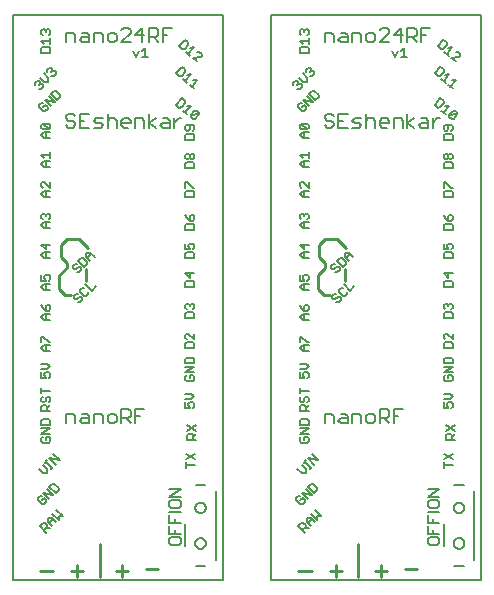
<source format=gto>
G75*
G70*
%OFA0B0*%
%FSLAX25Y25*%
%IPPOS*%
%LPD*%
%AMOC8*
5,1,8,0,0,1.08239X$1,22.5*
%
%ADD10C,0.00800*%
%ADD17C,0.01000*%
X0011000Y0011000D02*
G75*
%LPD*%
D10*
X0011000Y0011000D02*
X0011000Y0199200D01*
X0080920Y0199200D01*
X0080920Y0011000D01*
X0011000Y0011000D01*
X0071730Y0023090D02*
X0071750Y0023350D01*
X0071810Y0023610D01*
X0071910Y0023860D01*
X0072040Y0024090D01*
X0072200Y0024290D01*
X0072400Y0024470D01*
X0072620Y0024620D01*
X0072850Y0024740D01*
X0073110Y0024820D01*
X0073370Y0024860D01*
X0073630Y0024860D01*
X0073890Y0024820D01*
X0074150Y0024740D01*
X0074390Y0024620D01*
X0074600Y0024470D01*
X0074800Y0024290D01*
X0074960Y0024090D01*
X0075090Y0023860D01*
X0075190Y0023610D01*
X0075250Y0023350D01*
X0075270Y0023090D01*
X0075250Y0022830D01*
X0075190Y0022570D01*
X0075090Y0022320D01*
X0074960Y0022090D01*
X0074800Y0021890D01*
X0074600Y0021710D01*
X0074380Y0021560D01*
X0074150Y0021440D01*
X0073890Y0021360D01*
X0073630Y0021320D01*
X0073370Y0021320D01*
X0073110Y0021360D01*
X0072850Y0021440D01*
X0072610Y0021560D01*
X0072400Y0021710D01*
X0072200Y0021890D01*
X0072040Y0022090D01*
X0071910Y0022320D01*
X0071810Y0022570D01*
X0071750Y0022830D01*
X0071730Y0023090D01*
X0071730Y0034910D02*
X0071750Y0035170D01*
X0071810Y0035430D01*
X0071910Y0035680D01*
X0072040Y0035910D01*
X0072200Y0036110D01*
X0072400Y0036290D01*
X0072620Y0036440D01*
X0072850Y0036560D01*
X0073110Y0036640D01*
X0073370Y0036680D01*
X0073630Y0036680D01*
X0073890Y0036640D01*
X0074150Y0036560D01*
X0074390Y0036440D01*
X0074600Y0036290D01*
X0074800Y0036110D01*
X0074960Y0035910D01*
X0075090Y0035680D01*
X0075190Y0035430D01*
X0075250Y0035170D01*
X0075270Y0034910D01*
X0075250Y0034650D01*
X0075190Y0034390D01*
X0075090Y0034140D01*
X0074960Y0033910D01*
X0074800Y0033710D01*
X0074600Y0033530D01*
X0074380Y0033380D01*
X0074150Y0033260D01*
X0073890Y0033180D01*
X0073630Y0033140D01*
X0073370Y0033140D01*
X0073110Y0033180D01*
X0072850Y0033260D01*
X0072610Y0033380D01*
X0072400Y0033530D01*
X0072200Y0033710D01*
X0072040Y0033910D01*
X0071910Y0034140D01*
X0071810Y0034390D01*
X0071750Y0034650D01*
X0071730Y0034910D01*
D10*
X0054790Y0067800D02*
X0051720Y0067800D01*
X0051720Y0063200D01*
X0051720Y0065500D02*
X0053250Y0065500D01*
X0050180Y0065500D02*
X0049420Y0064730D01*
X0047120Y0064730D01*
X0047120Y0063200D02*
X0047120Y0067800D01*
X0049420Y0067800D01*
X0050180Y0067040D01*
X0050180Y0065500D01*
X0048650Y0064730D02*
X0050180Y0063200D01*
X0045580Y0063970D02*
X0045580Y0065500D01*
X0044810Y0066270D01*
X0043280Y0066270D01*
X0042510Y0065500D01*
X0042510Y0063970D01*
X0043280Y0063200D01*
X0044810Y0063200D01*
X0045580Y0063970D01*
X0040980Y0063200D02*
X0040980Y0065500D01*
X0040210Y0066270D01*
X0037910Y0066270D01*
X0037910Y0063200D01*
X0036370Y0063200D02*
X0034070Y0063200D01*
X0033300Y0063970D01*
X0034070Y0064730D01*
X0036370Y0064730D01*
X0036370Y0065500D02*
X0036370Y0063200D01*
X0036370Y0065500D02*
X0035610Y0066270D01*
X0034070Y0066270D01*
X0031770Y0065500D02*
X0031770Y0063200D01*
X0031770Y0065500D02*
X0031000Y0066270D01*
X0028700Y0066270D01*
X0028700Y0063200D01*
X0029470Y0161700D02*
X0028700Y0162470D01*
X0029470Y0161700D02*
X0031000Y0161700D01*
X0031770Y0162470D01*
X0031770Y0163230D01*
X0031000Y0164000D01*
X0029470Y0164000D01*
X0028700Y0164770D01*
X0028700Y0165540D01*
X0029470Y0166300D01*
X0031000Y0166300D01*
X0031770Y0165540D01*
X0033300Y0166300D02*
X0033300Y0161700D01*
X0036370Y0161700D01*
X0037910Y0161700D02*
X0040210Y0161700D01*
X0040980Y0162470D01*
X0040210Y0163230D01*
X0038680Y0163230D01*
X0037910Y0164000D01*
X0038680Y0164770D01*
X0040980Y0164770D01*
X0042510Y0164000D02*
X0043280Y0164770D01*
X0044810Y0164770D01*
X0045580Y0164000D01*
X0045580Y0161700D01*
X0047120Y0162470D02*
X0047120Y0164000D01*
X0047880Y0164770D01*
X0049420Y0164770D01*
X0050180Y0164000D01*
X0050180Y0163230D01*
X0047120Y0163230D01*
X0047120Y0162470D02*
X0047880Y0161700D01*
X0049420Y0161700D01*
X0051720Y0161700D02*
X0051720Y0164770D01*
X0054020Y0164770D01*
X0054790Y0164000D01*
X0054790Y0161700D01*
X0056320Y0161700D02*
X0056320Y0166300D01*
X0058630Y0164770D02*
X0056320Y0163230D01*
X0058630Y0161700D01*
X0060160Y0162470D02*
X0060930Y0163230D01*
X0063230Y0163230D01*
X0063230Y0164000D02*
X0063230Y0161700D01*
X0060930Y0161700D01*
X0060160Y0162470D01*
X0060930Y0164770D02*
X0062460Y0164770D01*
X0063230Y0164000D01*
X0064760Y0163230D02*
X0066300Y0164770D01*
X0067070Y0164770D01*
X0064760Y0164770D02*
X0064760Y0161700D01*
X0060930Y0190200D02*
X0060930Y0194800D01*
X0064000Y0194800D01*
X0062460Y0192500D02*
X0060930Y0192500D01*
X0059390Y0192500D02*
X0058630Y0191730D01*
X0056320Y0191730D01*
X0056320Y0190200D02*
X0056320Y0194800D01*
X0058630Y0194800D01*
X0059390Y0194040D01*
X0059390Y0192500D01*
X0057860Y0191730D02*
X0059390Y0190200D01*
X0054790Y0192500D02*
X0051720Y0192500D01*
X0054020Y0194800D01*
X0054020Y0190200D01*
X0050180Y0190200D02*
X0047120Y0190200D01*
X0050180Y0193270D01*
X0050180Y0194040D01*
X0049420Y0194800D01*
X0047880Y0194800D01*
X0047120Y0194040D01*
X0045580Y0192500D02*
X0045580Y0190970D01*
X0044810Y0190200D01*
X0043280Y0190200D01*
X0042510Y0190970D01*
X0042510Y0192500D01*
X0043280Y0193270D01*
X0044810Y0193270D01*
X0045580Y0192500D01*
X0040980Y0192500D02*
X0040980Y0190200D01*
X0040980Y0192500D02*
X0040210Y0193270D01*
X0037910Y0193270D01*
X0037910Y0190200D01*
X0036370Y0190200D02*
X0036370Y0192500D01*
X0035610Y0193270D01*
X0034070Y0193270D01*
X0034070Y0191730D02*
X0033300Y0190970D01*
X0034070Y0190200D01*
X0036370Y0190200D01*
X0036370Y0191730D02*
X0034070Y0191730D01*
X0031770Y0192500D02*
X0031770Y0190200D01*
X0031770Y0192500D02*
X0031000Y0193270D01*
X0028700Y0193270D01*
X0028700Y0190200D01*
X0033300Y0166300D02*
X0036370Y0166300D01*
X0034840Y0164000D02*
X0033300Y0164000D01*
X0042510Y0166300D02*
X0042510Y0161700D01*
D10*
X0052120Y0185150D02*
X0051150Y0187080D01*
X0053080Y0187080D02*
X0052120Y0185150D01*
X0054100Y0185150D02*
X0056030Y0185150D01*
X0055060Y0185150D02*
X0055060Y0188050D01*
X0054100Y0187080D01*
X0065380Y0179750D02*
X0066490Y0178820D01*
X0067180Y0178880D01*
X0068420Y0180360D01*
X0068360Y0181040D01*
X0067250Y0181970D01*
X0065380Y0179750D01*
X0067640Y0177860D02*
X0069120Y0176610D01*
X0068380Y0177230D02*
X0070250Y0179460D01*
X0068880Y0179340D01*
X0069900Y0175960D02*
X0071380Y0174720D01*
X0070640Y0175340D02*
X0072500Y0177560D01*
X0071140Y0177440D01*
X0072380Y0183720D02*
X0070900Y0184960D01*
X0073620Y0185200D01*
X0073930Y0185570D01*
X0073870Y0186250D01*
X0073130Y0186870D01*
X0072450Y0186810D01*
X0071250Y0188460D02*
X0069380Y0186230D01*
X0070120Y0185610D02*
X0068640Y0186860D01*
X0068180Y0187880D02*
X0069420Y0189360D01*
X0069360Y0190040D01*
X0068250Y0190970D01*
X0066380Y0188750D01*
X0067490Y0187820D01*
X0068180Y0187880D01*
X0069880Y0188340D02*
X0071250Y0188460D01*
X0067250Y0171470D02*
X0068360Y0170540D01*
X0068420Y0169860D01*
X0067180Y0168380D01*
X0066490Y0168320D01*
X0065380Y0169250D01*
X0067250Y0171470D01*
X0068880Y0168840D02*
X0070250Y0168960D01*
X0068380Y0166730D01*
X0069120Y0166110D02*
X0067640Y0167360D01*
X0068930Y0162530D02*
X0068450Y0162050D01*
X0068450Y0161080D01*
X0068930Y0160600D01*
X0069420Y0160600D01*
X0069900Y0161080D01*
X0069900Y0162530D01*
X0070870Y0162530D02*
X0068930Y0162530D01*
X0068930Y0159580D02*
X0068450Y0159100D01*
X0068450Y0157650D01*
X0071350Y0157650D01*
X0071350Y0159100D01*
X0070870Y0159580D01*
X0068930Y0159580D01*
X0070870Y0160600D02*
X0071350Y0161080D01*
X0071350Y0162050D01*
X0070870Y0162530D01*
X0071010Y0164530D02*
X0070270Y0165150D01*
X0070210Y0165830D01*
X0072930Y0166070D01*
X0071690Y0164590D01*
X0071010Y0164530D01*
X0070210Y0165830D02*
X0071450Y0167310D01*
X0072130Y0167370D01*
X0072870Y0166750D01*
X0072930Y0166070D01*
X0070870Y0153030D02*
X0071350Y0152550D01*
X0071350Y0151580D01*
X0070870Y0151100D01*
X0070380Y0151100D01*
X0069900Y0151580D01*
X0069900Y0152550D01*
X0070380Y0153030D01*
X0070870Y0153030D01*
X0069900Y0152550D02*
X0069420Y0153030D01*
X0068930Y0153030D01*
X0068450Y0152550D01*
X0068450Y0151580D01*
X0068930Y0151100D01*
X0069420Y0151100D01*
X0069900Y0151580D01*
X0070870Y0150080D02*
X0068930Y0150080D01*
X0068450Y0149600D01*
X0068450Y0148150D01*
X0071350Y0148150D01*
X0071350Y0149600D01*
X0070870Y0150080D01*
X0068930Y0143530D02*
X0068450Y0143530D01*
X0068450Y0141600D01*
X0068930Y0140580D02*
X0068450Y0140100D01*
X0068450Y0138650D01*
X0071350Y0138650D01*
X0071350Y0140100D01*
X0070870Y0140580D01*
X0068930Y0140580D01*
X0070870Y0141600D02*
X0068930Y0143530D01*
X0070870Y0141600D02*
X0071350Y0141600D01*
X0070870Y0132530D02*
X0070380Y0132530D01*
X0069900Y0132050D01*
X0069900Y0130600D01*
X0070870Y0130600D01*
X0071350Y0131080D01*
X0071350Y0132050D01*
X0070870Y0132530D01*
X0068930Y0131560D02*
X0069900Y0130600D01*
X0068930Y0131560D02*
X0068450Y0132530D01*
X0068930Y0129580D02*
X0068450Y0129100D01*
X0068450Y0127650D01*
X0071350Y0127650D01*
X0071350Y0129100D01*
X0070870Y0129580D01*
X0068930Y0129580D01*
X0068450Y0123030D02*
X0068450Y0121100D01*
X0069900Y0121100D01*
X0069420Y0122060D01*
X0069420Y0122550D01*
X0069900Y0123030D01*
X0070870Y0123030D01*
X0071350Y0122550D01*
X0071350Y0121580D01*
X0070870Y0121100D01*
X0070870Y0120080D02*
X0068930Y0120080D01*
X0068450Y0119600D01*
X0068450Y0118150D01*
X0071350Y0118150D01*
X0071350Y0119600D01*
X0070870Y0120080D01*
X0069900Y0113530D02*
X0069900Y0111600D01*
X0068450Y0113050D01*
X0071350Y0113050D01*
X0070870Y0110580D02*
X0068930Y0110580D01*
X0068450Y0110100D01*
X0068450Y0108650D01*
X0071350Y0108650D01*
X0071350Y0110100D01*
X0070870Y0110580D01*
X0070870Y0103030D02*
X0071350Y0102550D01*
X0071350Y0101580D01*
X0070870Y0101100D01*
X0070870Y0100080D02*
X0068930Y0100080D01*
X0068450Y0099600D01*
X0068450Y0098150D01*
X0071350Y0098150D01*
X0071350Y0099600D01*
X0070870Y0100080D01*
X0069900Y0102060D02*
X0069900Y0102550D01*
X0070380Y0103030D01*
X0070870Y0103030D01*
X0069900Y0102550D02*
X0069420Y0103030D01*
X0068930Y0103030D01*
X0068450Y0102550D01*
X0068450Y0101580D01*
X0068930Y0101100D01*
X0068930Y0093030D02*
X0068450Y0092550D01*
X0068450Y0091580D01*
X0068930Y0091100D01*
X0068930Y0090080D02*
X0068450Y0089600D01*
X0068450Y0088150D01*
X0071350Y0088150D01*
X0071350Y0089600D01*
X0070870Y0090080D01*
X0068930Y0090080D01*
X0071350Y0091100D02*
X0069420Y0093030D01*
X0068930Y0093030D01*
X0071350Y0093030D02*
X0071350Y0091100D01*
X0070870Y0084980D02*
X0068930Y0084980D01*
X0068450Y0084490D01*
X0068450Y0083040D01*
X0071350Y0083040D01*
X0071350Y0084490D01*
X0070870Y0084980D01*
X0071350Y0082030D02*
X0068450Y0082030D01*
X0068450Y0080100D02*
X0071350Y0082030D01*
X0071350Y0080100D02*
X0068450Y0080100D01*
X0068930Y0079080D02*
X0068450Y0078600D01*
X0068450Y0077630D01*
X0068930Y0077150D01*
X0070870Y0077150D01*
X0071350Y0077630D01*
X0071350Y0078600D01*
X0070870Y0079080D01*
X0069900Y0079080D01*
X0069900Y0078120D01*
X0070380Y0073030D02*
X0068450Y0073030D01*
X0068450Y0071100D02*
X0070380Y0071100D01*
X0071350Y0072060D01*
X0070380Y0073030D01*
X0069900Y0070080D02*
X0069420Y0069600D01*
X0069420Y0069120D01*
X0069900Y0068150D01*
X0068450Y0068150D01*
X0068450Y0070080D01*
X0069900Y0070080D02*
X0070870Y0070080D01*
X0071350Y0069600D01*
X0071350Y0068630D01*
X0070870Y0068150D01*
X0072050Y0062530D02*
X0069150Y0060600D01*
X0069630Y0059580D02*
X0069150Y0059100D01*
X0069150Y0057650D01*
X0072050Y0057650D01*
X0071080Y0057650D02*
X0071080Y0059100D01*
X0070600Y0059580D01*
X0069630Y0059580D01*
X0072050Y0060600D02*
X0069150Y0062530D01*
X0072050Y0059580D02*
X0071080Y0058620D01*
X0071550Y0053030D02*
X0068650Y0051100D01*
X0068650Y0050080D02*
X0068650Y0048150D01*
X0068650Y0049120D02*
X0071550Y0049120D01*
X0071550Y0051100D02*
X0068650Y0053030D01*
X0066850Y0041080D02*
X0063150Y0041080D01*
X0063150Y0038610D02*
X0066850Y0041080D01*
X0066850Y0038610D02*
X0063150Y0038610D01*
X0063760Y0037400D02*
X0063150Y0036780D01*
X0063150Y0035540D01*
X0063760Y0034930D01*
X0066230Y0034930D01*
X0066850Y0035540D01*
X0066850Y0036780D01*
X0066230Y0037400D01*
X0063760Y0037400D01*
X0063150Y0033700D02*
X0066850Y0033700D01*
X0065000Y0031250D02*
X0065000Y0030020D01*
X0065000Y0027570D02*
X0065000Y0026330D01*
X0066230Y0025120D02*
X0063760Y0025120D01*
X0063150Y0024500D01*
X0063150Y0023270D01*
X0063760Y0022650D01*
X0066230Y0022650D01*
X0066850Y0023270D01*
X0066850Y0024500D01*
X0066230Y0025120D01*
X0066850Y0026330D02*
X0063150Y0026330D01*
X0063150Y0028800D01*
X0063150Y0030020D02*
X0063150Y0032490D01*
X0063150Y0030020D02*
X0066850Y0030020D01*
X0035440Y0105620D02*
X0036120Y0106310D01*
X0036120Y0106990D01*
X0035440Y0105620D02*
X0034750Y0105620D01*
X0033390Y0106990D01*
X0033390Y0107680D01*
X0034070Y0108360D01*
X0034750Y0108360D01*
X0035130Y0109420D02*
X0037180Y0107370D01*
X0038550Y0108730D01*
X0034740Y0115140D02*
X0035770Y0116160D01*
X0035770Y0116850D01*
X0034400Y0118210D01*
X0033720Y0118210D01*
X0032690Y0117190D01*
X0034740Y0115140D01*
X0033680Y0114760D02*
X0033680Y0114080D01*
X0033000Y0113390D01*
X0032320Y0113390D01*
X0031970Y0114420D02*
X0032660Y0115100D01*
X0033340Y0115100D01*
X0033680Y0114760D01*
X0031970Y0114420D02*
X0031290Y0114420D01*
X0030950Y0114760D01*
X0030950Y0115450D01*
X0031630Y0116130D01*
X0032320Y0116130D01*
X0035460Y0118590D02*
X0035460Y0119960D01*
X0036830Y0119960D01*
X0038190Y0118590D01*
X0037170Y0119610D02*
X0035800Y0118250D01*
X0035460Y0118590D02*
X0036830Y0117220D01*
X0032670Y0106280D02*
X0031990Y0106280D01*
X0031300Y0105590D01*
X0031300Y0104910D01*
X0031640Y0104570D01*
X0032330Y0104570D01*
X0033010Y0105250D01*
X0033700Y0105250D01*
X0034040Y0104910D01*
X0034040Y0104230D01*
X0033350Y0103540D01*
X0032670Y0103540D01*
X0023350Y0102050D02*
X0023350Y0101080D01*
X0022870Y0100600D01*
X0021900Y0100600D01*
X0021900Y0102050D01*
X0022380Y0102530D01*
X0022870Y0102530D01*
X0023350Y0102050D01*
X0021900Y0100600D02*
X0020930Y0101560D01*
X0020450Y0102530D01*
X0021420Y0099580D02*
X0020450Y0098620D01*
X0021420Y0097650D01*
X0023350Y0097650D01*
X0023350Y0099580D02*
X0021420Y0099580D01*
X0021900Y0099580D02*
X0021900Y0097650D01*
X0020930Y0092030D02*
X0022870Y0090100D01*
X0023350Y0090100D01*
X0023350Y0089080D02*
X0021420Y0089080D01*
X0020450Y0088120D01*
X0021420Y0087150D01*
X0023350Y0087150D01*
X0021900Y0087150D02*
X0021900Y0089080D01*
X0020450Y0090100D02*
X0020450Y0092030D01*
X0020930Y0092030D01*
X0020450Y0083030D02*
X0022380Y0083030D01*
X0023350Y0082060D01*
X0022380Y0081100D01*
X0020450Y0081100D01*
X0020450Y0080080D02*
X0020450Y0078150D01*
X0021900Y0078150D01*
X0021420Y0079120D01*
X0021420Y0079600D01*
X0021900Y0080080D01*
X0022870Y0080080D01*
X0023350Y0079600D01*
X0023350Y0078630D01*
X0022870Y0078150D01*
X0023350Y0074010D02*
X0020450Y0074010D01*
X0020450Y0073040D02*
X0020450Y0074980D01*
X0020930Y0072030D02*
X0020450Y0071550D01*
X0020450Y0070580D01*
X0020930Y0070100D01*
X0021420Y0070100D01*
X0021900Y0070580D01*
X0021900Y0071550D01*
X0022380Y0072030D01*
X0022870Y0072030D01*
X0023350Y0071550D01*
X0023350Y0070580D01*
X0022870Y0070100D01*
X0023350Y0069080D02*
X0022380Y0068120D01*
X0022380Y0068600D02*
X0022380Y0067150D01*
X0022380Y0068600D02*
X0021900Y0069080D01*
X0020930Y0069080D01*
X0020450Y0068600D01*
X0020450Y0067150D01*
X0023350Y0067150D01*
X0022870Y0064480D02*
X0020930Y0064480D01*
X0020450Y0063990D01*
X0020450Y0062540D01*
X0023350Y0062540D01*
X0023350Y0063990D01*
X0022870Y0064480D01*
X0023350Y0061530D02*
X0020450Y0061530D01*
X0020450Y0059600D02*
X0023350Y0061530D01*
X0023350Y0059600D02*
X0020450Y0059600D01*
X0020930Y0058580D02*
X0020450Y0058100D01*
X0020450Y0057130D01*
X0020930Y0056650D01*
X0022870Y0056650D01*
X0023350Y0057130D01*
X0023350Y0058100D01*
X0022870Y0058580D01*
X0021900Y0058580D01*
X0021900Y0057620D01*
X0024500Y0052790D02*
X0026550Y0050730D01*
X0023130Y0051420D01*
X0025180Y0049370D01*
X0024470Y0048660D02*
X0023790Y0047980D01*
X0024130Y0048320D02*
X0022080Y0050370D01*
X0021740Y0050030D02*
X0022420Y0050710D01*
X0021020Y0049310D02*
X0022390Y0047950D01*
X0022390Y0046580D01*
X0021020Y0046580D01*
X0019650Y0047950D01*
X0024150Y0042940D02*
X0023130Y0041920D01*
X0025180Y0039870D01*
X0026210Y0040890D01*
X0026210Y0041580D01*
X0024840Y0042940D01*
X0024150Y0042940D01*
X0022410Y0041200D02*
X0024460Y0039150D01*
X0021040Y0039830D01*
X0023100Y0037780D01*
X0022040Y0037410D02*
X0021350Y0038090D01*
X0020670Y0037410D01*
X0020670Y0038780D02*
X0019990Y0038780D01*
X0019300Y0038090D01*
X0019300Y0037410D01*
X0020670Y0036040D01*
X0021350Y0036040D01*
X0022040Y0036730D01*
X0022040Y0037410D01*
X0024130Y0032920D02*
X0026180Y0030870D01*
X0026180Y0032230D01*
X0027550Y0032230D01*
X0025500Y0034290D01*
X0024100Y0031520D02*
X0025460Y0030150D01*
X0024440Y0031180D02*
X0023070Y0029810D01*
X0022730Y0030150D02*
X0022730Y0031520D01*
X0024100Y0031520D01*
X0022730Y0030150D02*
X0024100Y0028780D01*
X0023380Y0028070D02*
X0022010Y0028070D01*
X0022350Y0028410D02*
X0021330Y0027380D01*
X0022010Y0026700D02*
X0019960Y0028750D01*
X0020990Y0029780D01*
X0021670Y0029780D01*
X0022350Y0029090D01*
X0022350Y0028410D01*
X0021900Y0107650D02*
X0021900Y0109580D01*
X0021420Y0109580D02*
X0023350Y0109580D01*
X0022870Y0110600D02*
X0023350Y0111080D01*
X0023350Y0112050D01*
X0022870Y0112530D01*
X0021900Y0112530D01*
X0021420Y0112050D01*
X0021420Y0111560D01*
X0021900Y0110600D01*
X0020450Y0110600D01*
X0020450Y0112530D01*
X0021420Y0109580D02*
X0020450Y0108620D01*
X0021420Y0107650D01*
X0023350Y0107650D01*
X0023350Y0118150D02*
X0021420Y0118150D01*
X0020450Y0119120D01*
X0021420Y0120080D01*
X0023350Y0120080D01*
X0023350Y0122550D02*
X0020450Y0122550D01*
X0021900Y0121100D01*
X0021900Y0123030D01*
X0021900Y0120080D02*
X0021900Y0118150D01*
X0021900Y0128150D02*
X0021900Y0130080D01*
X0021420Y0130080D02*
X0023350Y0130080D01*
X0022870Y0131100D02*
X0023350Y0131580D01*
X0023350Y0132550D01*
X0022870Y0133030D01*
X0022380Y0133030D01*
X0021900Y0132550D01*
X0021900Y0132060D01*
X0021900Y0132550D02*
X0021420Y0133030D01*
X0020930Y0133030D01*
X0020450Y0132550D01*
X0020450Y0131580D01*
X0020930Y0131100D01*
X0021420Y0130080D02*
X0020450Y0129120D01*
X0021420Y0128150D01*
X0023350Y0128150D01*
X0023350Y0138650D02*
X0021420Y0138650D01*
X0020450Y0139620D01*
X0021420Y0140580D01*
X0023350Y0140580D01*
X0023350Y0141600D02*
X0021420Y0143530D01*
X0020930Y0143530D01*
X0020450Y0143050D01*
X0020450Y0142080D01*
X0020930Y0141600D01*
X0021900Y0140580D02*
X0021900Y0138650D01*
X0023350Y0141600D02*
X0023350Y0143530D01*
X0023350Y0148650D02*
X0021420Y0148650D01*
X0020450Y0149620D01*
X0021420Y0150580D01*
X0023350Y0150580D01*
X0023350Y0151600D02*
X0023350Y0153530D01*
X0023350Y0152560D02*
X0020450Y0152560D01*
X0021420Y0151600D01*
X0021900Y0150580D02*
X0021900Y0148650D01*
X0021900Y0158150D02*
X0021900Y0160080D01*
X0021420Y0160080D02*
X0023350Y0160080D01*
X0022870Y0161100D02*
X0023350Y0161580D01*
X0023350Y0162550D01*
X0022870Y0163030D01*
X0020930Y0163030D01*
X0022870Y0161100D01*
X0020930Y0161100D01*
X0020450Y0161580D01*
X0020450Y0162550D01*
X0020930Y0163030D01*
X0021420Y0160080D02*
X0020450Y0159120D01*
X0021420Y0158150D01*
X0023350Y0158150D01*
X0021840Y0167050D02*
X0021160Y0167050D01*
X0019790Y0168420D01*
X0019790Y0169110D01*
X0020470Y0169790D01*
X0021160Y0169790D01*
X0021840Y0169110D02*
X0021160Y0168420D01*
X0021840Y0169110D02*
X0022530Y0168420D01*
X0022530Y0167740D01*
X0021840Y0167050D01*
X0023580Y0168800D02*
X0021530Y0170850D01*
X0024950Y0170160D01*
X0022900Y0172220D01*
X0023610Y0172930D02*
X0024640Y0173960D01*
X0025320Y0173960D01*
X0026690Y0172590D01*
X0026690Y0171910D01*
X0025670Y0170880D01*
X0023610Y0172930D01*
X0022770Y0176980D02*
X0021400Y0176980D01*
X0020030Y0178350D01*
X0019660Y0177290D02*
X0020000Y0176950D01*
X0020000Y0176260D01*
X0020680Y0176260D01*
X0021030Y0175920D01*
X0021030Y0175240D01*
X0020340Y0174550D01*
X0019660Y0174550D01*
X0019660Y0175920D02*
X0020000Y0176260D01*
X0019660Y0177290D02*
X0018970Y0177290D01*
X0018290Y0176610D01*
X0018290Y0175920D01*
X0021400Y0179720D02*
X0022770Y0178350D01*
X0022770Y0176980D01*
X0023820Y0178720D02*
X0024510Y0178720D01*
X0025190Y0179410D01*
X0025190Y0180090D01*
X0024850Y0180430D01*
X0024170Y0180430D01*
X0023820Y0180090D01*
X0024170Y0180430D02*
X0024170Y0181120D01*
X0023820Y0181460D01*
X0023140Y0181460D01*
X0022460Y0180770D01*
X0022460Y0180090D01*
X0023350Y0186650D02*
X0020450Y0186650D01*
X0020450Y0188100D01*
X0020930Y0188580D01*
X0022870Y0188580D01*
X0023350Y0188100D01*
X0023350Y0186650D01*
X0023350Y0189600D02*
X0023350Y0191530D01*
X0023350Y0190560D02*
X0020450Y0190560D01*
X0021420Y0189600D01*
X0020930Y0192540D02*
X0020450Y0193030D01*
X0020450Y0193990D01*
X0020930Y0194480D01*
X0021420Y0194480D01*
X0021900Y0193990D01*
X0022380Y0194480D01*
X0022870Y0194480D01*
X0023350Y0193990D01*
X0023350Y0193030D01*
X0022870Y0192540D01*
X0021900Y0193510D02*
X0021900Y0193990D01*
D17*
X0029000Y0124500D02*
X0033000Y0124500D01*
X0036000Y0121500D01*
X0035500Y0114500D02*
X0035500Y0110500D01*
X0030500Y0106000D02*
X0028500Y0106000D01*
X0026500Y0108000D01*
X0026500Y0112500D01*
X0029000Y0115000D01*
X0029000Y0116500D01*
X0027000Y0118500D01*
X0027000Y0122500D01*
X0029000Y0124500D01*
X0040000Y0023000D02*
X0040000Y0012000D01*
X0034500Y0014000D02*
X0032500Y0014000D01*
X0032500Y0012000D01*
X0032500Y0014000D02*
X0032500Y0016000D01*
X0032500Y0014000D02*
X0030500Y0014000D01*
X0024500Y0014000D02*
X0020000Y0014000D01*
X0045500Y0014000D02*
X0047500Y0014000D01*
X0047500Y0012000D01*
X0047500Y0014000D02*
X0047500Y0016000D01*
X0047500Y0014000D02*
X0049500Y0014000D01*
X0055500Y0014500D02*
X0059500Y0014500D01*
D10*
X0068380Y0022310D02*
X0068380Y0029390D01*
X0071930Y0042390D02*
X0075070Y0042390D01*
X0078620Y0040420D02*
X0078620Y0017580D01*
X0075070Y0015610D02*
X0071930Y0015610D01*
X0097170Y0011000D02*
G75*
%LPD*%
D10*
X0097170Y0011000D02*
X0097170Y0199200D01*
X0167090Y0199200D01*
X0167090Y0011000D01*
X0097170Y0011000D01*
X0157900Y0023090D02*
X0157920Y0023350D01*
X0157980Y0023610D01*
X0158080Y0023860D01*
X0158210Y0024090D01*
X0158370Y0024290D01*
X0158570Y0024470D01*
X0158790Y0024620D01*
X0159020Y0024740D01*
X0159280Y0024820D01*
X0159540Y0024860D01*
X0159800Y0024860D01*
X0160060Y0024820D01*
X0160320Y0024740D01*
X0160560Y0024620D01*
X0160770Y0024470D01*
X0160970Y0024290D01*
X0161130Y0024090D01*
X0161260Y0023860D01*
X0161360Y0023610D01*
X0161420Y0023350D01*
X0161440Y0023090D01*
X0161420Y0022830D01*
X0161360Y0022570D01*
X0161260Y0022320D01*
X0161130Y0022090D01*
X0160970Y0021890D01*
X0160770Y0021710D01*
X0160550Y0021560D01*
X0160320Y0021440D01*
X0160060Y0021360D01*
X0159800Y0021320D01*
X0159540Y0021320D01*
X0159280Y0021360D01*
X0159020Y0021440D01*
X0158780Y0021560D01*
X0158570Y0021710D01*
X0158370Y0021890D01*
X0158210Y0022090D01*
X0158080Y0022320D01*
X0157980Y0022570D01*
X0157920Y0022830D01*
X0157900Y0023090D01*
X0157900Y0034910D02*
X0157920Y0035170D01*
X0157980Y0035430D01*
X0158080Y0035680D01*
X0158210Y0035910D01*
X0158370Y0036110D01*
X0158570Y0036290D01*
X0158790Y0036440D01*
X0159020Y0036560D01*
X0159280Y0036640D01*
X0159540Y0036680D01*
X0159800Y0036680D01*
X0160060Y0036640D01*
X0160320Y0036560D01*
X0160560Y0036440D01*
X0160770Y0036290D01*
X0160970Y0036110D01*
X0161130Y0035910D01*
X0161260Y0035680D01*
X0161360Y0035430D01*
X0161420Y0035170D01*
X0161440Y0034910D01*
X0161420Y0034650D01*
X0161360Y0034390D01*
X0161260Y0034140D01*
X0161130Y0033910D01*
X0160970Y0033710D01*
X0160770Y0033530D01*
X0160550Y0033380D01*
X0160320Y0033260D01*
X0160060Y0033180D01*
X0159800Y0033140D01*
X0159540Y0033140D01*
X0159280Y0033180D01*
X0159020Y0033260D01*
X0158780Y0033380D01*
X0158570Y0033530D01*
X0158370Y0033710D01*
X0158210Y0033910D01*
X0158080Y0034140D01*
X0157980Y0034390D01*
X0157920Y0034650D01*
X0157900Y0034910D01*
D10*
X0140960Y0067800D02*
X0137890Y0067800D01*
X0137890Y0063200D01*
X0137890Y0065500D02*
X0139420Y0065500D01*
X0136350Y0065500D02*
X0135590Y0064730D01*
X0133290Y0064730D01*
X0133290Y0063200D02*
X0133290Y0067800D01*
X0135590Y0067800D01*
X0136350Y0067040D01*
X0136350Y0065500D01*
X0134820Y0064730D02*
X0136350Y0063200D01*
X0131750Y0063970D02*
X0131750Y0065500D01*
X0130980Y0066270D01*
X0129450Y0066270D01*
X0128680Y0065500D01*
X0128680Y0063970D01*
X0129450Y0063200D01*
X0130980Y0063200D01*
X0131750Y0063970D01*
X0127150Y0063200D02*
X0127150Y0065500D01*
X0126380Y0066270D01*
X0124080Y0066270D01*
X0124080Y0063200D01*
X0122540Y0063200D02*
X0120240Y0063200D01*
X0119470Y0063970D01*
X0120240Y0064730D01*
X0122540Y0064730D01*
X0122540Y0065500D02*
X0122540Y0063200D01*
X0122540Y0065500D02*
X0121780Y0066270D01*
X0120240Y0066270D01*
X0117940Y0065500D02*
X0117940Y0063200D01*
X0117940Y0065500D02*
X0117170Y0066270D01*
X0114870Y0066270D01*
X0114870Y0063200D01*
X0115640Y0161700D02*
X0114870Y0162470D01*
X0115640Y0161700D02*
X0117170Y0161700D01*
X0117940Y0162470D01*
X0117940Y0163230D01*
X0117170Y0164000D01*
X0115640Y0164000D01*
X0114870Y0164770D01*
X0114870Y0165540D01*
X0115640Y0166300D01*
X0117170Y0166300D01*
X0117940Y0165540D01*
X0119470Y0166300D02*
X0119470Y0161700D01*
X0122540Y0161700D01*
X0124080Y0161700D02*
X0126380Y0161700D01*
X0127150Y0162470D01*
X0126380Y0163230D01*
X0124850Y0163230D01*
X0124080Y0164000D01*
X0124850Y0164770D01*
X0127150Y0164770D01*
X0128680Y0164000D02*
X0129450Y0164770D01*
X0130980Y0164770D01*
X0131750Y0164000D01*
X0131750Y0161700D01*
X0133290Y0162470D02*
X0133290Y0164000D01*
X0134050Y0164770D01*
X0135590Y0164770D01*
X0136350Y0164000D01*
X0136350Y0163230D01*
X0133290Y0163230D01*
X0133290Y0162470D02*
X0134050Y0161700D01*
X0135590Y0161700D01*
X0137890Y0161700D02*
X0137890Y0164770D01*
X0140190Y0164770D01*
X0140960Y0164000D01*
X0140960Y0161700D01*
X0142490Y0161700D02*
X0142490Y0166300D01*
X0144800Y0164770D02*
X0142490Y0163230D01*
X0144800Y0161700D01*
X0146330Y0162470D02*
X0147100Y0163230D01*
X0149400Y0163230D01*
X0149400Y0164000D02*
X0149400Y0161700D01*
X0147100Y0161700D01*
X0146330Y0162470D01*
X0147100Y0164770D02*
X0148630Y0164770D01*
X0149400Y0164000D01*
X0150930Y0163230D02*
X0152470Y0164770D01*
X0153240Y0164770D01*
X0150930Y0164770D02*
X0150930Y0161700D01*
X0147100Y0190200D02*
X0147100Y0194800D01*
X0150170Y0194800D01*
X0148630Y0192500D02*
X0147100Y0192500D01*
X0145560Y0192500D02*
X0144800Y0191730D01*
X0142490Y0191730D01*
X0142490Y0190200D02*
X0142490Y0194800D01*
X0144800Y0194800D01*
X0145560Y0194040D01*
X0145560Y0192500D01*
X0144030Y0191730D02*
X0145560Y0190200D01*
X0140960Y0192500D02*
X0137890Y0192500D01*
X0140190Y0194800D01*
X0140190Y0190200D01*
X0136350Y0190200D02*
X0133290Y0190200D01*
X0136350Y0193270D01*
X0136350Y0194040D01*
X0135590Y0194800D01*
X0134050Y0194800D01*
X0133290Y0194040D01*
X0131750Y0192500D02*
X0131750Y0190970D01*
X0130980Y0190200D01*
X0129450Y0190200D01*
X0128680Y0190970D01*
X0128680Y0192500D01*
X0129450Y0193270D01*
X0130980Y0193270D01*
X0131750Y0192500D01*
X0127150Y0192500D02*
X0127150Y0190200D01*
X0127150Y0192500D02*
X0126380Y0193270D01*
X0124080Y0193270D01*
X0124080Y0190200D01*
X0122540Y0190200D02*
X0122540Y0192500D01*
X0121780Y0193270D01*
X0120240Y0193270D01*
X0120240Y0191730D02*
X0119470Y0190970D01*
X0120240Y0190200D01*
X0122540Y0190200D01*
X0122540Y0191730D02*
X0120240Y0191730D01*
X0117940Y0192500D02*
X0117940Y0190200D01*
X0117940Y0192500D02*
X0117170Y0193270D01*
X0114870Y0193270D01*
X0114870Y0190200D01*
X0119470Y0166300D02*
X0122540Y0166300D01*
X0121010Y0164000D02*
X0119470Y0164000D01*
X0128680Y0166300D02*
X0128680Y0161700D01*
D10*
X0138290Y0185150D02*
X0137320Y0187080D01*
X0139250Y0187080D02*
X0138290Y0185150D01*
X0140270Y0185150D02*
X0142200Y0185150D01*
X0141230Y0185150D02*
X0141230Y0188050D01*
X0140270Y0187080D01*
X0151550Y0179750D02*
X0152660Y0178820D01*
X0153350Y0178880D01*
X0154590Y0180360D01*
X0154530Y0181040D01*
X0153420Y0181970D01*
X0151550Y0179750D01*
X0153810Y0177860D02*
X0155290Y0176610D01*
X0154550Y0177230D02*
X0156420Y0179460D01*
X0155050Y0179340D01*
X0156070Y0175960D02*
X0157550Y0174720D01*
X0156810Y0175340D02*
X0158670Y0177560D01*
X0157310Y0177440D01*
X0158550Y0183720D02*
X0157070Y0184960D01*
X0159790Y0185200D01*
X0160100Y0185570D01*
X0160040Y0186250D01*
X0159300Y0186870D01*
X0158620Y0186810D01*
X0157420Y0188460D02*
X0155550Y0186230D01*
X0156290Y0185610D02*
X0154810Y0186860D01*
X0154350Y0187880D02*
X0155590Y0189360D01*
X0155530Y0190040D01*
X0154420Y0190970D01*
X0152550Y0188750D01*
X0153660Y0187820D01*
X0154350Y0187880D01*
X0156050Y0188340D02*
X0157420Y0188460D01*
X0153420Y0171470D02*
X0154530Y0170540D01*
X0154590Y0169860D01*
X0153350Y0168380D01*
X0152660Y0168320D01*
X0151550Y0169250D01*
X0153420Y0171470D01*
X0155050Y0168840D02*
X0156420Y0168960D01*
X0154550Y0166730D01*
X0155290Y0166110D02*
X0153810Y0167360D01*
X0155100Y0162530D02*
X0154620Y0162050D01*
X0154620Y0161080D01*
X0155100Y0160600D01*
X0155590Y0160600D01*
X0156070Y0161080D01*
X0156070Y0162530D01*
X0157040Y0162530D02*
X0155100Y0162530D01*
X0155100Y0159580D02*
X0154620Y0159100D01*
X0154620Y0157650D01*
X0157520Y0157650D01*
X0157520Y0159100D01*
X0157040Y0159580D01*
X0155100Y0159580D01*
X0157040Y0160600D02*
X0157520Y0161080D01*
X0157520Y0162050D01*
X0157040Y0162530D01*
X0157180Y0164530D02*
X0156440Y0165150D01*
X0156380Y0165830D01*
X0159100Y0166070D01*
X0157860Y0164590D01*
X0157180Y0164530D01*
X0156380Y0165830D02*
X0157620Y0167310D01*
X0158300Y0167370D01*
X0159040Y0166750D01*
X0159100Y0166070D01*
X0157040Y0153030D02*
X0157520Y0152550D01*
X0157520Y0151580D01*
X0157040Y0151100D01*
X0156550Y0151100D01*
X0156070Y0151580D01*
X0156070Y0152550D01*
X0156550Y0153030D01*
X0157040Y0153030D01*
X0156070Y0152550D02*
X0155590Y0153030D01*
X0155100Y0153030D01*
X0154620Y0152550D01*
X0154620Y0151580D01*
X0155100Y0151100D01*
X0155590Y0151100D01*
X0156070Y0151580D01*
X0157040Y0150080D02*
X0155100Y0150080D01*
X0154620Y0149600D01*
X0154620Y0148150D01*
X0157520Y0148150D01*
X0157520Y0149600D01*
X0157040Y0150080D01*
X0155100Y0143530D02*
X0154620Y0143530D01*
X0154620Y0141600D01*
X0155100Y0140580D02*
X0154620Y0140100D01*
X0154620Y0138650D01*
X0157520Y0138650D01*
X0157520Y0140100D01*
X0157040Y0140580D01*
X0155100Y0140580D01*
X0157040Y0141600D02*
X0155100Y0143530D01*
X0157040Y0141600D02*
X0157520Y0141600D01*
X0157040Y0132530D02*
X0156550Y0132530D01*
X0156070Y0132050D01*
X0156070Y0130600D01*
X0157040Y0130600D01*
X0157520Y0131080D01*
X0157520Y0132050D01*
X0157040Y0132530D01*
X0155100Y0131560D02*
X0156070Y0130600D01*
X0155100Y0131560D02*
X0154620Y0132530D01*
X0155100Y0129580D02*
X0154620Y0129100D01*
X0154620Y0127650D01*
X0157520Y0127650D01*
X0157520Y0129100D01*
X0157040Y0129580D01*
X0155100Y0129580D01*
X0154620Y0123030D02*
X0154620Y0121100D01*
X0156070Y0121100D01*
X0155590Y0122060D01*
X0155590Y0122550D01*
X0156070Y0123030D01*
X0157040Y0123030D01*
X0157520Y0122550D01*
X0157520Y0121580D01*
X0157040Y0121100D01*
X0157040Y0120080D02*
X0155100Y0120080D01*
X0154620Y0119600D01*
X0154620Y0118150D01*
X0157520Y0118150D01*
X0157520Y0119600D01*
X0157040Y0120080D01*
X0156070Y0113530D02*
X0156070Y0111600D01*
X0154620Y0113050D01*
X0157520Y0113050D01*
X0157040Y0110580D02*
X0155100Y0110580D01*
X0154620Y0110100D01*
X0154620Y0108650D01*
X0157520Y0108650D01*
X0157520Y0110100D01*
X0157040Y0110580D01*
X0157040Y0103030D02*
X0157520Y0102550D01*
X0157520Y0101580D01*
X0157040Y0101100D01*
X0157040Y0100080D02*
X0155100Y0100080D01*
X0154620Y0099600D01*
X0154620Y0098150D01*
X0157520Y0098150D01*
X0157520Y0099600D01*
X0157040Y0100080D01*
X0156070Y0102060D02*
X0156070Y0102550D01*
X0156550Y0103030D01*
X0157040Y0103030D01*
X0156070Y0102550D02*
X0155590Y0103030D01*
X0155100Y0103030D01*
X0154620Y0102550D01*
X0154620Y0101580D01*
X0155100Y0101100D01*
X0155100Y0093030D02*
X0154620Y0092550D01*
X0154620Y0091580D01*
X0155100Y0091100D01*
X0155100Y0090080D02*
X0154620Y0089600D01*
X0154620Y0088150D01*
X0157520Y0088150D01*
X0157520Y0089600D01*
X0157040Y0090080D01*
X0155100Y0090080D01*
X0157520Y0091100D02*
X0155590Y0093030D01*
X0155100Y0093030D01*
X0157520Y0093030D02*
X0157520Y0091100D01*
X0157040Y0084980D02*
X0155100Y0084980D01*
X0154620Y0084490D01*
X0154620Y0083040D01*
X0157520Y0083040D01*
X0157520Y0084490D01*
X0157040Y0084980D01*
X0157520Y0082030D02*
X0154620Y0082030D01*
X0154620Y0080100D02*
X0157520Y0082030D01*
X0157520Y0080100D02*
X0154620Y0080100D01*
X0155100Y0079080D02*
X0154620Y0078600D01*
X0154620Y0077630D01*
X0155100Y0077150D01*
X0157040Y0077150D01*
X0157520Y0077630D01*
X0157520Y0078600D01*
X0157040Y0079080D01*
X0156070Y0079080D01*
X0156070Y0078120D01*
X0156550Y0073030D02*
X0154620Y0073030D01*
X0154620Y0071100D02*
X0156550Y0071100D01*
X0157520Y0072060D01*
X0156550Y0073030D01*
X0156070Y0070080D02*
X0155590Y0069600D01*
X0155590Y0069120D01*
X0156070Y0068150D01*
X0154620Y0068150D01*
X0154620Y0070080D01*
X0156070Y0070080D02*
X0157040Y0070080D01*
X0157520Y0069600D01*
X0157520Y0068630D01*
X0157040Y0068150D01*
X0158220Y0062530D02*
X0155320Y0060600D01*
X0155800Y0059580D02*
X0155320Y0059100D01*
X0155320Y0057650D01*
X0158220Y0057650D01*
X0157250Y0057650D02*
X0157250Y0059100D01*
X0156770Y0059580D01*
X0155800Y0059580D01*
X0158220Y0060600D02*
X0155320Y0062530D01*
X0158220Y0059580D02*
X0157250Y0058620D01*
X0157720Y0053030D02*
X0154820Y0051100D01*
X0154820Y0050080D02*
X0154820Y0048150D01*
X0154820Y0049120D02*
X0157720Y0049120D01*
X0157720Y0051100D02*
X0154820Y0053030D01*
X0153020Y0041080D02*
X0149320Y0041080D01*
X0149320Y0038610D02*
X0153020Y0041080D01*
X0153020Y0038610D02*
X0149320Y0038610D01*
X0149930Y0037400D02*
X0149320Y0036780D01*
X0149320Y0035540D01*
X0149930Y0034930D01*
X0152400Y0034930D01*
X0153020Y0035540D01*
X0153020Y0036780D01*
X0152400Y0037400D01*
X0149930Y0037400D01*
X0149320Y0033700D02*
X0153020Y0033700D01*
X0151170Y0031250D02*
X0151170Y0030020D01*
X0151170Y0027570D02*
X0151170Y0026330D01*
X0152400Y0025120D02*
X0149930Y0025120D01*
X0149320Y0024500D01*
X0149320Y0023270D01*
X0149930Y0022650D01*
X0152400Y0022650D01*
X0153020Y0023270D01*
X0153020Y0024500D01*
X0152400Y0025120D01*
X0153020Y0026330D02*
X0149320Y0026330D01*
X0149320Y0028800D01*
X0149320Y0030020D02*
X0149320Y0032490D01*
X0149320Y0030020D02*
X0153020Y0030020D01*
X0121610Y0105620D02*
X0122290Y0106310D01*
X0122290Y0106990D01*
X0121610Y0105620D02*
X0120920Y0105620D01*
X0119560Y0106990D01*
X0119560Y0107680D01*
X0120240Y0108360D01*
X0120920Y0108360D01*
X0121300Y0109420D02*
X0123350Y0107370D01*
X0124720Y0108730D01*
X0120910Y0115140D02*
X0121940Y0116160D01*
X0121940Y0116850D01*
X0120570Y0118210D01*
X0119890Y0118210D01*
X0118860Y0117190D01*
X0120910Y0115140D01*
X0119850Y0114760D02*
X0119850Y0114080D01*
X0119170Y0113390D01*
X0118490Y0113390D01*
X0118140Y0114420D02*
X0118830Y0115100D01*
X0119510Y0115100D01*
X0119850Y0114760D01*
X0118140Y0114420D02*
X0117460Y0114420D01*
X0117120Y0114760D01*
X0117120Y0115450D01*
X0117800Y0116130D01*
X0118490Y0116130D01*
X0121630Y0118590D02*
X0121630Y0119960D01*
X0123000Y0119960D01*
X0124360Y0118590D01*
X0123340Y0119610D02*
X0121970Y0118250D01*
X0121630Y0118590D02*
X0123000Y0117220D01*
X0118840Y0106280D02*
X0118160Y0106280D01*
X0117470Y0105590D01*
X0117470Y0104910D01*
X0117810Y0104570D01*
X0118500Y0104570D01*
X0119180Y0105250D01*
X0119870Y0105250D01*
X0120210Y0104910D01*
X0120210Y0104230D01*
X0119520Y0103540D01*
X0118840Y0103540D01*
X0109520Y0102050D02*
X0109520Y0101080D01*
X0109040Y0100600D01*
X0108070Y0100600D01*
X0108070Y0102050D01*
X0108550Y0102530D01*
X0109040Y0102530D01*
X0109520Y0102050D01*
X0108070Y0100600D02*
X0107100Y0101560D01*
X0106620Y0102530D01*
X0107590Y0099580D02*
X0106620Y0098620D01*
X0107590Y0097650D01*
X0109520Y0097650D01*
X0109520Y0099580D02*
X0107590Y0099580D01*
X0108070Y0099580D02*
X0108070Y0097650D01*
X0107100Y0092030D02*
X0109040Y0090100D01*
X0109520Y0090100D01*
X0109520Y0089080D02*
X0107590Y0089080D01*
X0106620Y0088120D01*
X0107590Y0087150D01*
X0109520Y0087150D01*
X0108070Y0087150D02*
X0108070Y0089080D01*
X0106620Y0090100D02*
X0106620Y0092030D01*
X0107100Y0092030D01*
X0106620Y0083030D02*
X0108550Y0083030D01*
X0109520Y0082060D01*
X0108550Y0081100D01*
X0106620Y0081100D01*
X0106620Y0080080D02*
X0106620Y0078150D01*
X0108070Y0078150D01*
X0107590Y0079120D01*
X0107590Y0079600D01*
X0108070Y0080080D01*
X0109040Y0080080D01*
X0109520Y0079600D01*
X0109520Y0078630D01*
X0109040Y0078150D01*
X0109520Y0074010D02*
X0106620Y0074010D01*
X0106620Y0073040D02*
X0106620Y0074980D01*
X0107100Y0072030D02*
X0106620Y0071550D01*
X0106620Y0070580D01*
X0107100Y0070100D01*
X0107590Y0070100D01*
X0108070Y0070580D01*
X0108070Y0071550D01*
X0108550Y0072030D01*
X0109040Y0072030D01*
X0109520Y0071550D01*
X0109520Y0070580D01*
X0109040Y0070100D01*
X0109520Y0069080D02*
X0108550Y0068120D01*
X0108550Y0068600D02*
X0108550Y0067150D01*
X0108550Y0068600D02*
X0108070Y0069080D01*
X0107100Y0069080D01*
X0106620Y0068600D01*
X0106620Y0067150D01*
X0109520Y0067150D01*
X0109040Y0064480D02*
X0107100Y0064480D01*
X0106620Y0063990D01*
X0106620Y0062540D01*
X0109520Y0062540D01*
X0109520Y0063990D01*
X0109040Y0064480D01*
X0109520Y0061530D02*
X0106620Y0061530D01*
X0106620Y0059600D02*
X0109520Y0061530D01*
X0109520Y0059600D02*
X0106620Y0059600D01*
X0107100Y0058580D02*
X0106620Y0058100D01*
X0106620Y0057130D01*
X0107100Y0056650D01*
X0109040Y0056650D01*
X0109520Y0057130D01*
X0109520Y0058100D01*
X0109040Y0058580D01*
X0108070Y0058580D01*
X0108070Y0057620D01*
X0110670Y0052790D02*
X0112720Y0050730D01*
X0109300Y0051420D01*
X0111350Y0049370D01*
X0110640Y0048660D02*
X0109960Y0047980D01*
X0110300Y0048320D02*
X0108250Y0050370D01*
X0107910Y0050030D02*
X0108590Y0050710D01*
X0107190Y0049310D02*
X0108560Y0047950D01*
X0108560Y0046580D01*
X0107190Y0046580D01*
X0105820Y0047950D01*
X0110320Y0042940D02*
X0109300Y0041920D01*
X0111350Y0039870D01*
X0112380Y0040890D01*
X0112380Y0041580D01*
X0111010Y0042940D01*
X0110320Y0042940D01*
X0108580Y0041200D02*
X0110630Y0039150D01*
X0107210Y0039830D01*
X0109270Y0037780D01*
X0108210Y0037410D02*
X0107520Y0038090D01*
X0106840Y0037410D01*
X0106840Y0038780D02*
X0106160Y0038780D01*
X0105470Y0038090D01*
X0105470Y0037410D01*
X0106840Y0036040D01*
X0107520Y0036040D01*
X0108210Y0036730D01*
X0108210Y0037410D01*
X0110300Y0032920D02*
X0112350Y0030870D01*
X0112350Y0032230D01*
X0113720Y0032230D01*
X0111670Y0034290D01*
X0110270Y0031520D02*
X0111630Y0030150D01*
X0110610Y0031180D02*
X0109240Y0029810D01*
X0108900Y0030150D02*
X0108900Y0031520D01*
X0110270Y0031520D01*
X0108900Y0030150D02*
X0110270Y0028780D01*
X0109550Y0028070D02*
X0108180Y0028070D01*
X0108520Y0028410D02*
X0107500Y0027380D01*
X0108180Y0026700D02*
X0106130Y0028750D01*
X0107160Y0029780D01*
X0107840Y0029780D01*
X0108520Y0029090D01*
X0108520Y0028410D01*
X0108070Y0107650D02*
X0108070Y0109580D01*
X0107590Y0109580D02*
X0109520Y0109580D01*
X0109040Y0110600D02*
X0109520Y0111080D01*
X0109520Y0112050D01*
X0109040Y0112530D01*
X0108070Y0112530D01*
X0107590Y0112050D01*
X0107590Y0111560D01*
X0108070Y0110600D01*
X0106620Y0110600D01*
X0106620Y0112530D01*
X0107590Y0109580D02*
X0106620Y0108620D01*
X0107590Y0107650D01*
X0109520Y0107650D01*
X0109520Y0118150D02*
X0107590Y0118150D01*
X0106620Y0119120D01*
X0107590Y0120080D01*
X0109520Y0120080D01*
X0109520Y0122550D02*
X0106620Y0122550D01*
X0108070Y0121100D01*
X0108070Y0123030D01*
X0108070Y0120080D02*
X0108070Y0118150D01*
X0108070Y0128150D02*
X0108070Y0130080D01*
X0107590Y0130080D02*
X0109520Y0130080D01*
X0109040Y0131100D02*
X0109520Y0131580D01*
X0109520Y0132550D01*
X0109040Y0133030D01*
X0108550Y0133030D01*
X0108070Y0132550D01*
X0108070Y0132060D01*
X0108070Y0132550D02*
X0107590Y0133030D01*
X0107100Y0133030D01*
X0106620Y0132550D01*
X0106620Y0131580D01*
X0107100Y0131100D01*
X0107590Y0130080D02*
X0106620Y0129120D01*
X0107590Y0128150D01*
X0109520Y0128150D01*
X0109520Y0138650D02*
X0107590Y0138650D01*
X0106620Y0139620D01*
X0107590Y0140580D01*
X0109520Y0140580D01*
X0109520Y0141600D02*
X0107590Y0143530D01*
X0107100Y0143530D01*
X0106620Y0143050D01*
X0106620Y0142080D01*
X0107100Y0141600D01*
X0108070Y0140580D02*
X0108070Y0138650D01*
X0109520Y0141600D02*
X0109520Y0143530D01*
X0109520Y0148650D02*
X0107590Y0148650D01*
X0106620Y0149620D01*
X0107590Y0150580D01*
X0109520Y0150580D01*
X0109520Y0151600D02*
X0109520Y0153530D01*
X0109520Y0152560D02*
X0106620Y0152560D01*
X0107590Y0151600D01*
X0108070Y0150580D02*
X0108070Y0148650D01*
X0108070Y0158150D02*
X0108070Y0160080D01*
X0107590Y0160080D02*
X0109520Y0160080D01*
X0109040Y0161100D02*
X0109520Y0161580D01*
X0109520Y0162550D01*
X0109040Y0163030D01*
X0107100Y0163030D01*
X0109040Y0161100D01*
X0107100Y0161100D01*
X0106620Y0161580D01*
X0106620Y0162550D01*
X0107100Y0163030D01*
X0107590Y0160080D02*
X0106620Y0159120D01*
X0107590Y0158150D01*
X0109520Y0158150D01*
X0108010Y0167050D02*
X0107330Y0167050D01*
X0105960Y0168420D01*
X0105960Y0169110D01*
X0106640Y0169790D01*
X0107330Y0169790D01*
X0108010Y0169110D02*
X0107330Y0168420D01*
X0108010Y0169110D02*
X0108700Y0168420D01*
X0108700Y0167740D01*
X0108010Y0167050D01*
X0109750Y0168800D02*
X0107700Y0170850D01*
X0111120Y0170160D01*
X0109070Y0172220D01*
X0109780Y0172930D02*
X0110810Y0173960D01*
X0111490Y0173960D01*
X0112860Y0172590D01*
X0112860Y0171910D01*
X0111840Y0170880D01*
X0109780Y0172930D01*
X0108940Y0176980D02*
X0107570Y0176980D01*
X0106200Y0178350D01*
X0105830Y0177290D02*
X0106170Y0176950D01*
X0106170Y0176260D01*
X0106850Y0176260D01*
X0107200Y0175920D01*
X0107200Y0175240D01*
X0106510Y0174550D01*
X0105830Y0174550D01*
X0105830Y0175920D02*
X0106170Y0176260D01*
X0105830Y0177290D02*
X0105140Y0177290D01*
X0104460Y0176610D01*
X0104460Y0175920D01*
X0107570Y0179720D02*
X0108940Y0178350D01*
X0108940Y0176980D01*
X0109990Y0178720D02*
X0110680Y0178720D01*
X0111360Y0179410D01*
X0111360Y0180090D01*
X0111020Y0180430D01*
X0110340Y0180430D01*
X0109990Y0180090D01*
X0110340Y0180430D02*
X0110340Y0181120D01*
X0109990Y0181460D01*
X0109310Y0181460D01*
X0108630Y0180770D01*
X0108630Y0180090D01*
X0109520Y0186650D02*
X0106620Y0186650D01*
X0106620Y0188100D01*
X0107100Y0188580D01*
X0109040Y0188580D01*
X0109520Y0188100D01*
X0109520Y0186650D01*
X0109520Y0189600D02*
X0109520Y0191530D01*
X0109520Y0190560D02*
X0106620Y0190560D01*
X0107590Y0189600D01*
X0107100Y0192540D02*
X0106620Y0193030D01*
X0106620Y0193990D01*
X0107100Y0194480D01*
X0107590Y0194480D01*
X0108070Y0193990D01*
X0108550Y0194480D01*
X0109040Y0194480D01*
X0109520Y0193990D01*
X0109520Y0193030D01*
X0109040Y0192540D01*
X0108070Y0193510D02*
X0108070Y0193990D01*
D17*
X0115170Y0124500D02*
X0119170Y0124500D01*
X0122170Y0121500D01*
X0121670Y0114500D02*
X0121670Y0110500D01*
X0116670Y0106000D02*
X0114670Y0106000D01*
X0112670Y0108000D01*
X0112670Y0112500D01*
X0115170Y0115000D01*
X0115170Y0116500D01*
X0113170Y0118500D01*
X0113170Y0122500D01*
X0115170Y0124500D01*
X0126170Y0023000D02*
X0126170Y0012000D01*
X0120670Y0014000D02*
X0118670Y0014000D01*
X0118670Y0012000D01*
X0118670Y0014000D02*
X0118670Y0016000D01*
X0118670Y0014000D02*
X0116670Y0014000D01*
X0110670Y0014000D02*
X0106170Y0014000D01*
X0131670Y0014000D02*
X0133670Y0014000D01*
X0133670Y0012000D01*
X0133670Y0014000D02*
X0133670Y0016000D01*
X0133670Y0014000D02*
X0135670Y0014000D01*
X0141670Y0014500D02*
X0145670Y0014500D01*
D10*
X0154550Y0022310D02*
X0154550Y0029390D01*
X0158100Y0042390D02*
X0161240Y0042390D01*
X0164790Y0040420D02*
X0164790Y0017580D01*
X0161240Y0015610D02*
X0158100Y0015610D01*
M02*

</source>
